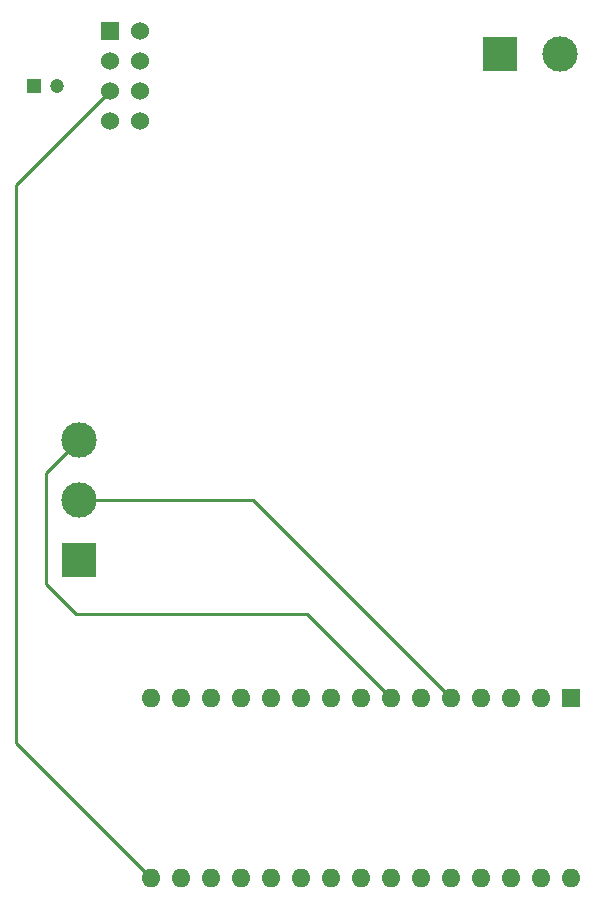
<source format=gbr>
%TF.GenerationSoftware,KiCad,Pcbnew,(5.1.10)-1*%
%TF.CreationDate,2021-11-09T21:08:57+01:00*%
%TF.ProjectId,BuzzerSend,42757a7a-6572-4536-956e-642e6b696361,1.0*%
%TF.SameCoordinates,Original*%
%TF.FileFunction,Copper,L2,Bot*%
%TF.FilePolarity,Positive*%
%FSLAX46Y46*%
G04 Gerber Fmt 4.6, Leading zero omitted, Abs format (unit mm)*
G04 Created by KiCad (PCBNEW (5.1.10)-1) date 2021-11-09 21:08:57*
%MOMM*%
%LPD*%
G01*
G04 APERTURE LIST*
%TA.AperFunction,ComponentPad*%
%ADD10R,1.600000X1.600000*%
%TD*%
%TA.AperFunction,ComponentPad*%
%ADD11O,1.600000X1.600000*%
%TD*%
%TA.AperFunction,ComponentPad*%
%ADD12R,3.000000X3.000000*%
%TD*%
%TA.AperFunction,ComponentPad*%
%ADD13C,3.000000*%
%TD*%
%TA.AperFunction,ComponentPad*%
%ADD14R,1.524000X1.524000*%
%TD*%
%TA.AperFunction,ComponentPad*%
%ADD15C,1.524000*%
%TD*%
%TA.AperFunction,ComponentPad*%
%ADD16R,1.200000X1.200000*%
%TD*%
%TA.AperFunction,ComponentPad*%
%ADD17C,1.200000*%
%TD*%
%TA.AperFunction,Conductor*%
%ADD18C,0.250000*%
%TD*%
G04 APERTURE END LIST*
D10*
%TO.P,A1,1*%
%TO.N,Net-(A1-Pad1)*%
X93980000Y-111506000D03*
D11*
%TO.P,A1,17*%
%TO.N,Net-(A1-Pad17)*%
X60960000Y-126746000D03*
%TO.P,A1,2*%
%TO.N,Net-(A1-Pad2)*%
X91440000Y-111506000D03*
%TO.P,A1,18*%
%TO.N,Net-(A1-Pad18)*%
X63500000Y-126746000D03*
%TO.P,A1,3*%
%TO.N,Net-(A1-Pad3)*%
X88900000Y-111506000D03*
%TO.P,A1,19*%
%TO.N,Net-(A1-Pad19)*%
X66040000Y-126746000D03*
%TO.P,A1,4*%
%TO.N,GND*%
X86360000Y-111506000D03*
%TO.P,A1,20*%
%TO.N,Net-(A1-Pad20)*%
X68580000Y-126746000D03*
%TO.P,A1,5*%
%TO.N,Net-(A1-Pad5)*%
X83820000Y-111506000D03*
%TO.P,A1,21*%
%TO.N,Net-(A1-Pad21)*%
X71120000Y-126746000D03*
%TO.P,A1,6*%
%TO.N,Net-(A1-Pad6)*%
X81280000Y-111506000D03*
%TO.P,A1,22*%
%TO.N,Net-(A1-Pad22)*%
X73660000Y-126746000D03*
%TO.P,A1,7*%
%TO.N,Net-(A1-Pad7)*%
X78740000Y-111506000D03*
%TO.P,A1,23*%
%TO.N,Net-(A1-Pad23)*%
X76200000Y-126746000D03*
%TO.P,A1,8*%
%TO.N,Net-(A1-Pad8)*%
X76200000Y-111506000D03*
%TO.P,A1,24*%
%TO.N,Net-(A1-Pad24)*%
X78740000Y-126746000D03*
%TO.P,A1,9*%
%TO.N,Net-(A1-Pad9)*%
X73660000Y-111506000D03*
%TO.P,A1,25*%
%TO.N,Net-(A1-Pad25)*%
X81280000Y-126746000D03*
%TO.P,A1,10*%
%TO.N,Net-(A1-Pad10)*%
X71120000Y-111506000D03*
%TO.P,A1,26*%
%TO.N,Net-(A1-Pad26)*%
X83820000Y-126746000D03*
%TO.P,A1,11*%
%TO.N,Net-(A1-Pad11)*%
X68580000Y-111506000D03*
%TO.P,A1,27*%
%TO.N,Net-(A1-Pad27)*%
X86360000Y-126746000D03*
%TO.P,A1,12*%
%TO.N,Net-(A1-Pad12)*%
X66040000Y-111506000D03*
%TO.P,A1,28*%
%TO.N,Net-(A1-Pad28)*%
X88900000Y-126746000D03*
%TO.P,A1,13*%
%TO.N,Net-(A1-Pad13)*%
X63500000Y-111506000D03*
%TO.P,A1,29*%
%TO.N,Net-(A1-Pad29)*%
X91440000Y-126746000D03*
%TO.P,A1,14*%
%TO.N,Net-(A1-Pad14)*%
X60960000Y-111506000D03*
%TO.P,A1,30*%
%TO.N,+9V*%
X93980000Y-126746000D03*
%TO.P,A1,15*%
%TO.N,Net-(A1-Pad15)*%
X58420000Y-111506000D03*
%TO.P,A1,16*%
%TO.N,Net-(A1-Pad16)*%
X58420000Y-126746000D03*
%TD*%
D12*
%TO.P,J1,1*%
%TO.N,GND*%
X52324000Y-99822000D03*
D13*
%TO.P,J1,2*%
%TO.N,Net-(A1-Pad5)*%
X52324000Y-94742000D03*
%TO.P,J1,3*%
%TO.N,Net-(A1-Pad7)*%
X52324000Y-89662000D03*
%TD*%
D12*
%TO.P,J2,1*%
%TO.N,+9V*%
X88000000Y-57000000D03*
D13*
%TO.P,J2,2*%
%TO.N,GND*%
X93080000Y-57000000D03*
%TD*%
D14*
%TO.P,U1,1*%
%TO.N,GND*%
X55000000Y-55000000D03*
D15*
%TO.P,U1,2*%
%TO.N,Net-(A1-Pad17)*%
X57540000Y-55000000D03*
%TO.P,U1,3*%
%TO.N,Net-(A1-Pad12)*%
X55000000Y-57540000D03*
%TO.P,U1,4*%
%TO.N,Net-(A1-Pad13)*%
X57540000Y-57540000D03*
%TO.P,U1,5*%
%TO.N,Net-(A1-Pad16)*%
X55000000Y-60080000D03*
%TO.P,U1,6*%
%TO.N,Net-(A1-Pad14)*%
X57540000Y-60080000D03*
%TO.P,U1,7*%
%TO.N,Net-(A1-Pad15)*%
X55000000Y-62620000D03*
%TO.P,U1,8*%
%TO.N,Net-(U1-Pad8)*%
X57540000Y-62620000D03*
%TD*%
D16*
%TO.P,C1,1*%
%TO.N,Net-(A1-Pad17)*%
X48514000Y-59690000D03*
D17*
%TO.P,C1,2*%
%TO.N,GND*%
X50514000Y-59690000D03*
%TD*%
D18*
%TO.N,Net-(A1-Pad5)*%
X67056000Y-94742000D02*
X83820000Y-111506000D01*
X52324000Y-94742000D02*
X67056000Y-94742000D01*
%TO.N,Net-(A1-Pad7)*%
X71628000Y-104394000D02*
X78740000Y-111506000D01*
X52070000Y-104394000D02*
X71628000Y-104394000D01*
X49530000Y-92456000D02*
X49530000Y-101854000D01*
X49530000Y-101854000D02*
X52070000Y-104394000D01*
X52324000Y-89662000D02*
X49530000Y-92456000D01*
%TO.N,Net-(A1-Pad16)*%
X55000000Y-60080000D02*
X46990000Y-68090000D01*
X46990000Y-115316000D02*
X58420000Y-126746000D01*
X46990000Y-68090000D02*
X46990000Y-115316000D01*
%TD*%
M02*

</source>
